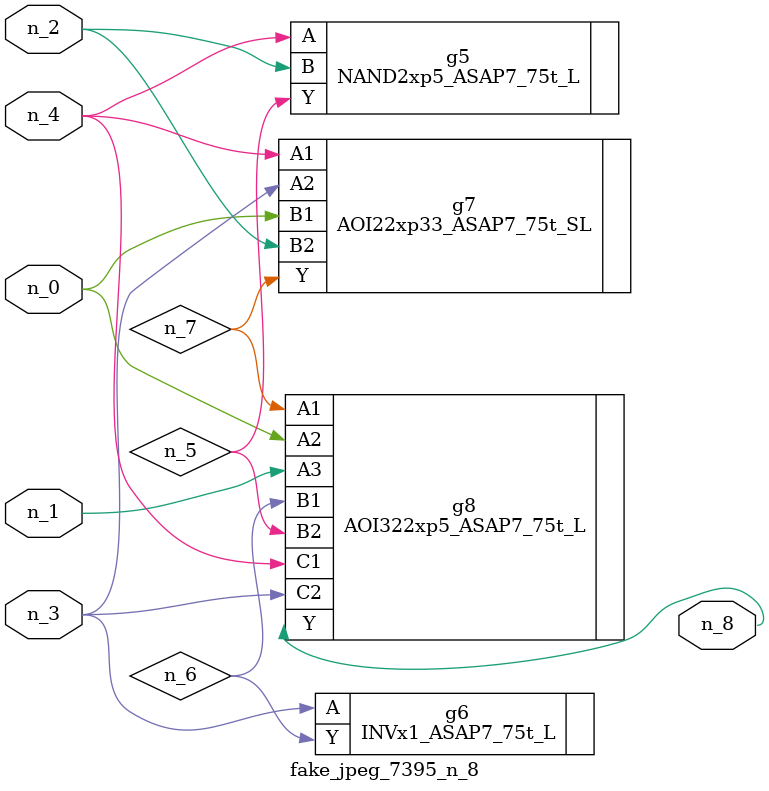
<source format=v>
module fake_jpeg_7395_n_8 (n_3, n_2, n_1, n_0, n_4, n_8);

input n_3;
input n_2;
input n_1;
input n_0;
input n_4;

output n_8;

wire n_6;
wire n_5;
wire n_7;

NAND2xp5_ASAP7_75t_L g5 ( 
.A(n_4),
.B(n_2),
.Y(n_5)
);

INVx1_ASAP7_75t_L g6 ( 
.A(n_3),
.Y(n_6)
);

AOI22xp33_ASAP7_75t_SL g7 ( 
.A1(n_4),
.A2(n_3),
.B1(n_0),
.B2(n_2),
.Y(n_7)
);

AOI322xp5_ASAP7_75t_L g8 ( 
.A1(n_7),
.A2(n_0),
.A3(n_1),
.B1(n_6),
.B2(n_5),
.C1(n_4),
.C2(n_3),
.Y(n_8)
);


endmodule
</source>
